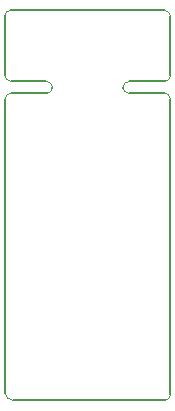
<source format=gm1>
G04 Layer_Color=16711935*
%FSLAX43Y43*%
%MOMM*%
G71*
G01*
G75*
%ADD14C,0.160*%
%ADD16C,0.100*%
D14*
X637Y0D02*
X13500D01*
X14000Y500D02*
Y637D01*
Y25500D01*
X10450Y26000D02*
X13500D01*
X10000Y26450D02*
Y26500D01*
X10500Y27000D02*
X13500D01*
X14000Y27500D02*
Y32500D01*
X13363Y33000D02*
X13500D01*
X400D02*
X13363D01*
X-0Y27500D02*
Y32600D01*
X500Y27000D02*
X3500D01*
X4000Y26450D02*
Y26500D01*
X500Y26000D02*
X3550D01*
X-0Y25363D02*
Y25500D01*
Y637D02*
Y25363D01*
X637Y0D02*
X13500D01*
X14000Y500D02*
Y637D01*
Y25500D01*
X10450Y26000D02*
X13500D01*
X10000Y26450D02*
Y26500D01*
X10500Y27000D02*
X13500D01*
X14000Y27500D02*
Y32500D01*
X13363Y33000D02*
X13500D01*
X400D02*
X13363D01*
X-0Y27500D02*
Y32600D01*
X500Y27000D02*
X3500D01*
X4000Y26450D02*
Y26500D01*
X500Y26000D02*
X3550D01*
X-0Y25363D02*
Y25500D01*
Y637D02*
Y25363D01*
D16*
X13500Y0D02*
G03*
X14000Y500I0J500D01*
G01*
Y25500D02*
G03*
X13500Y26000I-500J0D01*
G01*
X10000Y26450D02*
G03*
X10450Y26000I450J0D01*
G01*
X10500Y27000D02*
G03*
X10000Y26500I0J-500D01*
G01*
X13500Y27000D02*
G03*
X14000Y27500I0J500D01*
G01*
Y32500D02*
G03*
X13500Y33000I-500J0D01*
G01*
X400D02*
G03*
X0Y32600I0J-400D01*
G01*
Y27500D02*
G03*
X500Y27000I500J0D01*
G01*
X4000Y26500D02*
G03*
X3500Y27000I-500J0D01*
G01*
X3550Y26000D02*
G03*
X4000Y26450I0J450D01*
G01*
X500Y26000D02*
G03*
X0Y25500I0J-500D01*
G01*
Y637D02*
G03*
X637Y0I637J0D01*
G01*
X13500D02*
G03*
X14000Y500I0J500D01*
G01*
Y25500D02*
G03*
X13500Y26000I-500J0D01*
G01*
X10000Y26450D02*
G03*
X10450Y26000I450J0D01*
G01*
X10500Y27000D02*
G03*
X10000Y26500I0J-500D01*
G01*
X13500Y27000D02*
G03*
X14000Y27500I0J500D01*
G01*
Y32500D02*
G03*
X13500Y33000I-500J0D01*
G01*
X400D02*
G03*
X0Y32600I0J-400D01*
G01*
Y27500D02*
G03*
X500Y27000I500J0D01*
G01*
X4000Y26500D02*
G03*
X3500Y27000I-500J0D01*
G01*
X3550Y26000D02*
G03*
X4000Y26450I0J450D01*
G01*
X500Y26000D02*
G03*
X0Y25500I0J-500D01*
G01*
Y637D02*
G03*
X637Y0I637J0D01*
G01*
M02*

</source>
